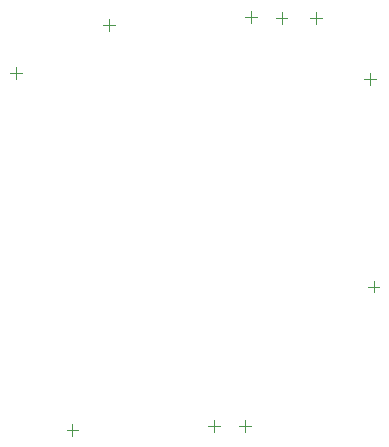
<source format=gbr>
%TF.GenerationSoftware,Altium Limited,Altium Designer,21.2.0 (30)*%
G04 Layer_Color=32896*
%FSLAX45Y45*%
%MOMM*%
%TF.SameCoordinates,6E67B6D2-48A1-4C3A-8D5B-8FB38F647B41*%
%TF.FilePolarity,Positive*%
%TF.FileFunction,Other,Bottom_Component_Center*%
%TF.Part,Single*%
G01*
G75*
%TA.AperFunction,NonConductor*%
%ADD65C,0.10000*%
D65*
X3230000Y3250000D02*
X3330000D01*
X3280000Y3200000D02*
Y3300000D01*
X2222324Y3775674D02*
X2322324D01*
X2272324Y3725675D02*
Y3825674D01*
X1070000Y3660000D02*
Y3760000D01*
X1020000Y3710000D02*
X1120000D01*
X3259394Y1493034D02*
X3359393D01*
X3309393Y1443034D02*
Y1543033D01*
X2220000Y260000D02*
Y360000D01*
X2170000Y310000D02*
X2270000D01*
X760000Y230000D02*
Y330000D01*
X710000Y280000D02*
X810000D01*
X230000Y3300000D02*
X330000D01*
X280000Y3250000D02*
Y3350000D01*
X1908462Y310000D02*
X2008461D01*
X1958461Y260000D02*
Y360000D01*
X2530457Y3718131D02*
Y3818131D01*
X2480457Y3768131D02*
X2580457D01*
X2822177Y3718131D02*
Y3818131D01*
X2772177Y3768131D02*
X2872177D01*
%TF.MD5,079889215ebc3b88f1750047957085e1*%
M02*

</source>
